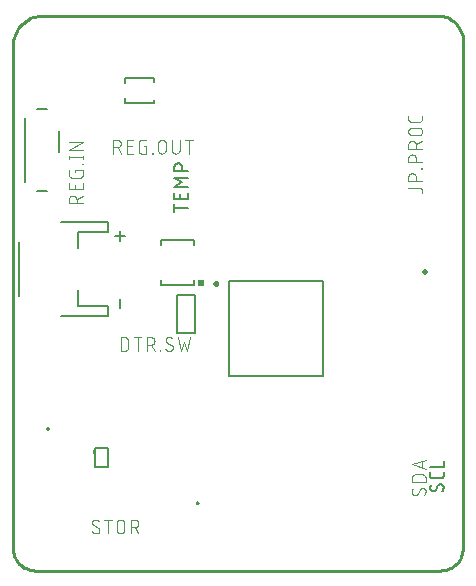
<source format=gbr>
G04 EAGLE Gerber RS-274X export*
G75*
%MOMM*%
%FSLAX34Y34*%
%LPD*%
%INSilkscreen Top*%
%IPPOS*%
%AMOC8*
5,1,8,0,0,1.08239X$1,22.5*%
G01*
%ADD10C,0.500000*%
%ADD11C,0.127000*%
%ADD12C,0.177800*%
%ADD13C,0.140000*%
%ADD14C,0.359206*%
%ADD15C,0.203200*%
%ADD16C,0.254000*%
%ADD17C,0.101600*%
%ADD18R,0.500000X0.500000*%
%ADD19C,0.152400*%
%ADD20C,0.254000*%


D10*
X348818Y252986D03*
D11*
X5560Y232770D02*
X5560Y277770D01*
X40560Y295270D02*
X80560Y295270D01*
X80560Y286770D01*
X55560Y286770D01*
X55560Y272770D01*
X55560Y237770D02*
X55560Y223770D01*
X80560Y223770D01*
X80560Y215270D01*
X40560Y215270D01*
D12*
X90791Y279019D02*
X90791Y287316D01*
X94940Y283168D02*
X86642Y283168D01*
X90791Y230166D02*
X90791Y221869D01*
D13*
X155850Y57200D02*
X155852Y57252D01*
X155858Y57304D01*
X155868Y57356D01*
X155881Y57406D01*
X155898Y57456D01*
X155919Y57504D01*
X155944Y57550D01*
X155972Y57594D01*
X156003Y57636D01*
X156037Y57676D01*
X156074Y57713D01*
X156114Y57747D01*
X156156Y57778D01*
X156200Y57806D01*
X156246Y57831D01*
X156294Y57852D01*
X156344Y57869D01*
X156394Y57882D01*
X156446Y57892D01*
X156498Y57898D01*
X156550Y57900D01*
X156602Y57898D01*
X156654Y57892D01*
X156706Y57882D01*
X156756Y57869D01*
X156806Y57852D01*
X156854Y57831D01*
X156900Y57806D01*
X156944Y57778D01*
X156986Y57747D01*
X157026Y57713D01*
X157063Y57676D01*
X157097Y57636D01*
X157128Y57594D01*
X157156Y57550D01*
X157181Y57504D01*
X157202Y57456D01*
X157219Y57406D01*
X157232Y57356D01*
X157242Y57304D01*
X157248Y57252D01*
X157250Y57200D01*
X157248Y57148D01*
X157242Y57096D01*
X157232Y57044D01*
X157219Y56994D01*
X157202Y56944D01*
X157181Y56896D01*
X157156Y56850D01*
X157128Y56806D01*
X157097Y56764D01*
X157063Y56724D01*
X157026Y56687D01*
X156986Y56653D01*
X156944Y56622D01*
X156900Y56594D01*
X156854Y56569D01*
X156806Y56548D01*
X156756Y56531D01*
X156706Y56518D01*
X156654Y56508D01*
X156602Y56502D01*
X156550Y56500D01*
X156498Y56502D01*
X156446Y56508D01*
X156394Y56518D01*
X156344Y56531D01*
X156294Y56548D01*
X156246Y56569D01*
X156200Y56594D01*
X156156Y56622D01*
X156114Y56653D01*
X156074Y56687D01*
X156037Y56724D01*
X156003Y56764D01*
X155972Y56806D01*
X155944Y56850D01*
X155919Y56896D01*
X155898Y56944D01*
X155881Y56994D01*
X155868Y57044D01*
X155858Y57096D01*
X155852Y57148D01*
X155850Y57200D01*
D14*
X29464Y120142D03*
D15*
X29162Y321084D02*
X20622Y321084D01*
X20622Y390624D02*
X29162Y390624D01*
X10622Y382854D02*
X10622Y328854D01*
X39162Y354584D02*
X39162Y372124D01*
D16*
X170688Y242824D02*
X170690Y242895D01*
X170696Y242966D01*
X170706Y243037D01*
X170720Y243107D01*
X170738Y243176D01*
X170759Y243243D01*
X170785Y243310D01*
X170814Y243375D01*
X170846Y243438D01*
X170883Y243500D01*
X170922Y243559D01*
X170965Y243616D01*
X171011Y243670D01*
X171060Y243722D01*
X171112Y243771D01*
X171166Y243817D01*
X171223Y243860D01*
X171282Y243899D01*
X171344Y243936D01*
X171407Y243968D01*
X171472Y243997D01*
X171539Y244023D01*
X171606Y244044D01*
X171675Y244062D01*
X171745Y244076D01*
X171816Y244086D01*
X171887Y244092D01*
X171958Y244094D01*
X172029Y244092D01*
X172100Y244086D01*
X172171Y244076D01*
X172241Y244062D01*
X172310Y244044D01*
X172377Y244023D01*
X172444Y243997D01*
X172509Y243968D01*
X172572Y243936D01*
X172634Y243899D01*
X172693Y243860D01*
X172750Y243817D01*
X172804Y243771D01*
X172856Y243722D01*
X172905Y243670D01*
X172951Y243616D01*
X172994Y243559D01*
X173033Y243500D01*
X173070Y243438D01*
X173102Y243375D01*
X173131Y243310D01*
X173157Y243243D01*
X173178Y243176D01*
X173196Y243107D01*
X173210Y243037D01*
X173220Y242966D01*
X173226Y242895D01*
X173228Y242824D01*
X173226Y242753D01*
X173220Y242682D01*
X173210Y242611D01*
X173196Y242541D01*
X173178Y242472D01*
X173157Y242405D01*
X173131Y242338D01*
X173102Y242273D01*
X173070Y242210D01*
X173033Y242148D01*
X172994Y242089D01*
X172951Y242032D01*
X172905Y241978D01*
X172856Y241926D01*
X172804Y241877D01*
X172750Y241831D01*
X172693Y241788D01*
X172634Y241749D01*
X172572Y241712D01*
X172509Y241680D01*
X172444Y241651D01*
X172377Y241625D01*
X172310Y241604D01*
X172241Y241586D01*
X172171Y241572D01*
X172100Y241562D01*
X172029Y241556D01*
X171958Y241554D01*
X171887Y241556D01*
X171816Y241562D01*
X171745Y241572D01*
X171675Y241586D01*
X171606Y241604D01*
X171539Y241625D01*
X171472Y241651D01*
X171407Y241680D01*
X171344Y241712D01*
X171282Y241749D01*
X171223Y241788D01*
X171166Y241831D01*
X171112Y241877D01*
X171060Y241926D01*
X171011Y241978D01*
X170965Y242032D01*
X170922Y242089D01*
X170883Y242148D01*
X170846Y242210D01*
X170814Y242273D01*
X170785Y242338D01*
X170759Y242405D01*
X170738Y242472D01*
X170720Y242541D01*
X170706Y242611D01*
X170696Y242682D01*
X170690Y242753D01*
X170688Y242824D01*
D11*
X182758Y244724D02*
X182758Y164724D01*
X182758Y244724D02*
X262758Y244724D01*
X262758Y164724D01*
X182758Y164724D01*
D17*
X69684Y100758D02*
X67684Y99758D01*
X67684Y101758D01*
X69684Y100758D01*
D11*
X69934Y103458D02*
X69934Y88058D01*
X80434Y88058D01*
X80434Y103458D01*
X69934Y103458D01*
X153446Y241858D02*
X153446Y245858D01*
X153446Y241858D02*
X125446Y241858D01*
X125446Y245858D01*
X153446Y275858D02*
X153446Y279858D01*
X125446Y279858D01*
X125446Y275858D01*
D18*
X158946Y243358D03*
D11*
X154305Y233426D02*
X154305Y201422D01*
X139319Y201422D01*
X139319Y233426D01*
X154305Y233426D01*
X148272Y306880D02*
X136842Y306880D01*
X136842Y303705D02*
X136842Y310055D01*
X148272Y314779D02*
X148272Y319859D01*
X148272Y314779D02*
X136842Y314779D01*
X136842Y319859D01*
X141922Y318589D02*
X141922Y314779D01*
X136842Y324787D02*
X148272Y324787D01*
X143192Y328597D02*
X136842Y324787D01*
X143192Y328597D02*
X136842Y332407D01*
X148272Y332407D01*
X148272Y338566D02*
X136842Y338566D01*
X136842Y341741D01*
X136844Y341852D01*
X136850Y341962D01*
X136859Y342073D01*
X136873Y342183D01*
X136890Y342292D01*
X136911Y342401D01*
X136936Y342509D01*
X136965Y342616D01*
X136997Y342722D01*
X137033Y342827D01*
X137073Y342930D01*
X137116Y343032D01*
X137163Y343133D01*
X137214Y343232D01*
X137267Y343329D01*
X137324Y343423D01*
X137385Y343516D01*
X137448Y343607D01*
X137515Y343696D01*
X137585Y343782D01*
X137658Y343865D01*
X137733Y343947D01*
X137811Y344025D01*
X137893Y344100D01*
X137976Y344173D01*
X138062Y344243D01*
X138151Y344310D01*
X138242Y344373D01*
X138335Y344434D01*
X138430Y344491D01*
X138526Y344544D01*
X138625Y344595D01*
X138726Y344642D01*
X138828Y344685D01*
X138931Y344725D01*
X139036Y344761D01*
X139142Y344793D01*
X139249Y344822D01*
X139357Y344847D01*
X139466Y344868D01*
X139575Y344885D01*
X139685Y344899D01*
X139796Y344908D01*
X139906Y344914D01*
X140017Y344916D01*
X140128Y344914D01*
X140238Y344908D01*
X140349Y344899D01*
X140459Y344885D01*
X140568Y344868D01*
X140677Y344847D01*
X140785Y344822D01*
X140892Y344793D01*
X140998Y344761D01*
X141103Y344725D01*
X141206Y344685D01*
X141308Y344642D01*
X141409Y344595D01*
X141508Y344544D01*
X141605Y344491D01*
X141699Y344434D01*
X141792Y344373D01*
X141883Y344310D01*
X141972Y344243D01*
X142058Y344173D01*
X142141Y344100D01*
X142223Y344025D01*
X142301Y343947D01*
X142376Y343865D01*
X142449Y343782D01*
X142519Y343696D01*
X142586Y343607D01*
X142649Y343516D01*
X142710Y343423D01*
X142767Y343329D01*
X142820Y343232D01*
X142871Y343133D01*
X142918Y343032D01*
X142961Y342930D01*
X143001Y342827D01*
X143037Y342722D01*
X143069Y342616D01*
X143098Y342509D01*
X143123Y342401D01*
X143144Y342292D01*
X143161Y342183D01*
X143175Y342073D01*
X143184Y341962D01*
X143190Y341852D01*
X143192Y341741D01*
X143192Y338566D01*
D17*
X73341Y34029D02*
X73339Y33930D01*
X73333Y33830D01*
X73324Y33731D01*
X73311Y33633D01*
X73294Y33535D01*
X73273Y33437D01*
X73248Y33341D01*
X73220Y33246D01*
X73188Y33152D01*
X73153Y33059D01*
X73114Y32967D01*
X73071Y32877D01*
X73026Y32789D01*
X72976Y32702D01*
X72924Y32618D01*
X72868Y32535D01*
X72810Y32455D01*
X72748Y32377D01*
X72683Y32302D01*
X72615Y32229D01*
X72545Y32159D01*
X72472Y32091D01*
X72397Y32026D01*
X72319Y31964D01*
X72239Y31906D01*
X72156Y31850D01*
X72072Y31798D01*
X71985Y31748D01*
X71897Y31703D01*
X71807Y31660D01*
X71715Y31621D01*
X71622Y31586D01*
X71528Y31554D01*
X71433Y31526D01*
X71337Y31501D01*
X71239Y31480D01*
X71141Y31463D01*
X71043Y31450D01*
X70944Y31441D01*
X70844Y31435D01*
X70745Y31433D01*
X70601Y31435D01*
X70456Y31441D01*
X70312Y31450D01*
X70169Y31463D01*
X70025Y31480D01*
X69882Y31501D01*
X69740Y31526D01*
X69599Y31554D01*
X69458Y31586D01*
X69318Y31622D01*
X69179Y31661D01*
X69041Y31704D01*
X68905Y31751D01*
X68769Y31801D01*
X68635Y31855D01*
X68503Y31912D01*
X68372Y31973D01*
X68243Y32037D01*
X68115Y32105D01*
X67989Y32175D01*
X67865Y32250D01*
X67744Y32327D01*
X67624Y32408D01*
X67506Y32491D01*
X67391Y32578D01*
X67278Y32668D01*
X67167Y32761D01*
X67059Y32856D01*
X66953Y32955D01*
X66850Y33056D01*
X67175Y40521D02*
X67177Y40620D01*
X67183Y40720D01*
X67192Y40819D01*
X67205Y40917D01*
X67222Y41015D01*
X67243Y41113D01*
X67268Y41209D01*
X67296Y41304D01*
X67328Y41398D01*
X67363Y41491D01*
X67402Y41583D01*
X67445Y41673D01*
X67490Y41761D01*
X67540Y41848D01*
X67592Y41932D01*
X67648Y42015D01*
X67706Y42095D01*
X67768Y42173D01*
X67833Y42248D01*
X67901Y42321D01*
X67971Y42391D01*
X68044Y42459D01*
X68119Y42524D01*
X68197Y42586D01*
X68277Y42644D01*
X68360Y42700D01*
X68444Y42752D01*
X68531Y42802D01*
X68619Y42847D01*
X68709Y42890D01*
X68801Y42929D01*
X68894Y42964D01*
X68988Y42996D01*
X69083Y43024D01*
X69180Y43049D01*
X69277Y43070D01*
X69375Y43087D01*
X69473Y43100D01*
X69572Y43109D01*
X69672Y43115D01*
X69771Y43117D01*
X69907Y43115D01*
X70043Y43109D01*
X70179Y43100D01*
X70315Y43087D01*
X70450Y43069D01*
X70584Y43049D01*
X70718Y43024D01*
X70852Y42996D01*
X70984Y42963D01*
X71115Y42928D01*
X71246Y42888D01*
X71375Y42845D01*
X71503Y42799D01*
X71629Y42748D01*
X71755Y42695D01*
X71878Y42637D01*
X72000Y42577D01*
X72120Y42513D01*
X72239Y42445D01*
X72355Y42375D01*
X72469Y42301D01*
X72582Y42224D01*
X72692Y42143D01*
X68473Y38249D02*
X68387Y38302D01*
X68303Y38359D01*
X68221Y38418D01*
X68141Y38481D01*
X68064Y38547D01*
X67989Y38615D01*
X67917Y38687D01*
X67848Y38761D01*
X67782Y38838D01*
X67719Y38917D01*
X67659Y38999D01*
X67602Y39083D01*
X67548Y39169D01*
X67498Y39257D01*
X67451Y39347D01*
X67407Y39438D01*
X67368Y39532D01*
X67331Y39626D01*
X67299Y39722D01*
X67270Y39820D01*
X67245Y39918D01*
X67224Y40017D01*
X67206Y40117D01*
X67193Y40217D01*
X67183Y40318D01*
X67177Y40420D01*
X67175Y40521D01*
X72043Y36301D02*
X72129Y36248D01*
X72213Y36191D01*
X72295Y36132D01*
X72375Y36069D01*
X72452Y36003D01*
X72527Y35935D01*
X72599Y35863D01*
X72668Y35789D01*
X72734Y35712D01*
X72797Y35633D01*
X72857Y35551D01*
X72914Y35467D01*
X72968Y35381D01*
X73018Y35293D01*
X73065Y35203D01*
X73109Y35112D01*
X73148Y35018D01*
X73185Y34924D01*
X73217Y34828D01*
X73246Y34730D01*
X73271Y34632D01*
X73292Y34533D01*
X73310Y34433D01*
X73323Y34333D01*
X73333Y34232D01*
X73339Y34130D01*
X73341Y34029D01*
X72043Y36301D02*
X68473Y38249D01*
X80383Y43117D02*
X80383Y31433D01*
X77137Y43117D02*
X83628Y43117D01*
X87805Y39871D02*
X87805Y34679D01*
X87804Y39871D02*
X87806Y39984D01*
X87812Y40097D01*
X87822Y40210D01*
X87836Y40323D01*
X87853Y40435D01*
X87875Y40546D01*
X87900Y40656D01*
X87930Y40766D01*
X87963Y40874D01*
X88000Y40981D01*
X88040Y41087D01*
X88085Y41191D01*
X88133Y41294D01*
X88184Y41395D01*
X88239Y41494D01*
X88297Y41591D01*
X88359Y41686D01*
X88424Y41779D01*
X88492Y41869D01*
X88563Y41957D01*
X88638Y42043D01*
X88715Y42126D01*
X88795Y42206D01*
X88878Y42283D01*
X88964Y42358D01*
X89052Y42429D01*
X89142Y42497D01*
X89235Y42562D01*
X89330Y42624D01*
X89427Y42682D01*
X89526Y42737D01*
X89627Y42788D01*
X89730Y42836D01*
X89834Y42881D01*
X89940Y42921D01*
X90047Y42958D01*
X90155Y42991D01*
X90265Y43021D01*
X90375Y43046D01*
X90486Y43068D01*
X90598Y43085D01*
X90711Y43099D01*
X90824Y43109D01*
X90937Y43115D01*
X91050Y43117D01*
X91163Y43115D01*
X91276Y43109D01*
X91389Y43099D01*
X91502Y43085D01*
X91614Y43068D01*
X91725Y43046D01*
X91835Y43021D01*
X91945Y42991D01*
X92053Y42958D01*
X92160Y42921D01*
X92266Y42881D01*
X92370Y42836D01*
X92473Y42788D01*
X92574Y42737D01*
X92673Y42682D01*
X92770Y42624D01*
X92865Y42562D01*
X92958Y42497D01*
X93048Y42429D01*
X93136Y42358D01*
X93222Y42283D01*
X93305Y42206D01*
X93385Y42126D01*
X93462Y42043D01*
X93537Y41957D01*
X93608Y41869D01*
X93676Y41779D01*
X93741Y41686D01*
X93803Y41591D01*
X93861Y41494D01*
X93916Y41395D01*
X93967Y41294D01*
X94015Y41191D01*
X94060Y41087D01*
X94100Y40981D01*
X94137Y40874D01*
X94170Y40766D01*
X94200Y40656D01*
X94225Y40546D01*
X94247Y40435D01*
X94264Y40323D01*
X94278Y40210D01*
X94288Y40097D01*
X94294Y39984D01*
X94296Y39871D01*
X94296Y34679D01*
X94294Y34566D01*
X94288Y34453D01*
X94278Y34340D01*
X94264Y34227D01*
X94247Y34115D01*
X94225Y34004D01*
X94200Y33894D01*
X94170Y33784D01*
X94137Y33676D01*
X94100Y33569D01*
X94060Y33463D01*
X94015Y33359D01*
X93967Y33256D01*
X93916Y33155D01*
X93861Y33056D01*
X93803Y32959D01*
X93741Y32864D01*
X93676Y32771D01*
X93608Y32681D01*
X93537Y32593D01*
X93462Y32507D01*
X93385Y32424D01*
X93305Y32344D01*
X93222Y32267D01*
X93136Y32192D01*
X93048Y32121D01*
X92958Y32053D01*
X92865Y31988D01*
X92770Y31926D01*
X92673Y31868D01*
X92574Y31813D01*
X92473Y31762D01*
X92370Y31714D01*
X92266Y31669D01*
X92160Y31629D01*
X92053Y31592D01*
X91945Y31559D01*
X91835Y31529D01*
X91725Y31504D01*
X91614Y31482D01*
X91502Y31465D01*
X91389Y31451D01*
X91276Y31441D01*
X91163Y31435D01*
X91050Y31433D01*
X90937Y31435D01*
X90824Y31441D01*
X90711Y31451D01*
X90598Y31465D01*
X90486Y31482D01*
X90375Y31504D01*
X90265Y31529D01*
X90155Y31559D01*
X90047Y31592D01*
X89940Y31629D01*
X89834Y31669D01*
X89730Y31714D01*
X89627Y31762D01*
X89526Y31813D01*
X89427Y31868D01*
X89330Y31926D01*
X89235Y31988D01*
X89142Y32053D01*
X89052Y32121D01*
X88964Y32192D01*
X88878Y32267D01*
X88795Y32344D01*
X88715Y32424D01*
X88638Y32507D01*
X88563Y32593D01*
X88492Y32681D01*
X88424Y32771D01*
X88359Y32864D01*
X88297Y32959D01*
X88239Y33056D01*
X88184Y33155D01*
X88133Y33256D01*
X88085Y33359D01*
X88040Y33463D01*
X88000Y33569D01*
X87963Y33676D01*
X87930Y33784D01*
X87900Y33894D01*
X87875Y34004D01*
X87853Y34115D01*
X87836Y34227D01*
X87822Y34340D01*
X87812Y34453D01*
X87806Y34566D01*
X87804Y34679D01*
X99690Y31433D02*
X99690Y43117D01*
X102935Y43117D01*
X103048Y43115D01*
X103161Y43109D01*
X103274Y43099D01*
X103387Y43085D01*
X103499Y43068D01*
X103610Y43046D01*
X103720Y43021D01*
X103830Y42991D01*
X103938Y42958D01*
X104045Y42921D01*
X104151Y42881D01*
X104255Y42836D01*
X104358Y42788D01*
X104459Y42737D01*
X104558Y42682D01*
X104655Y42624D01*
X104750Y42562D01*
X104843Y42497D01*
X104933Y42429D01*
X105021Y42358D01*
X105107Y42283D01*
X105190Y42206D01*
X105270Y42126D01*
X105347Y42043D01*
X105422Y41957D01*
X105493Y41869D01*
X105561Y41779D01*
X105626Y41686D01*
X105688Y41591D01*
X105746Y41494D01*
X105801Y41395D01*
X105852Y41294D01*
X105900Y41191D01*
X105945Y41087D01*
X105985Y40981D01*
X106022Y40874D01*
X106055Y40766D01*
X106085Y40656D01*
X106110Y40546D01*
X106132Y40435D01*
X106149Y40323D01*
X106163Y40210D01*
X106173Y40097D01*
X106179Y39984D01*
X106181Y39871D01*
X106179Y39758D01*
X106173Y39645D01*
X106163Y39532D01*
X106149Y39419D01*
X106132Y39307D01*
X106110Y39196D01*
X106085Y39086D01*
X106055Y38976D01*
X106022Y38868D01*
X105985Y38761D01*
X105945Y38655D01*
X105900Y38551D01*
X105852Y38448D01*
X105801Y38347D01*
X105746Y38248D01*
X105688Y38151D01*
X105626Y38056D01*
X105561Y37963D01*
X105493Y37873D01*
X105422Y37785D01*
X105347Y37699D01*
X105270Y37616D01*
X105190Y37536D01*
X105107Y37459D01*
X105021Y37384D01*
X104933Y37313D01*
X104843Y37245D01*
X104750Y37180D01*
X104655Y37118D01*
X104558Y37060D01*
X104459Y37005D01*
X104358Y36954D01*
X104255Y36906D01*
X104151Y36861D01*
X104045Y36821D01*
X103938Y36784D01*
X103830Y36751D01*
X103720Y36721D01*
X103610Y36696D01*
X103499Y36674D01*
X103387Y36657D01*
X103274Y36643D01*
X103161Y36633D01*
X103048Y36627D01*
X102935Y36625D01*
X102935Y36626D02*
X99690Y36626D01*
X103584Y36626D02*
X106181Y31433D01*
X346845Y70042D02*
X346944Y70040D01*
X347044Y70034D01*
X347143Y70025D01*
X347241Y70012D01*
X347339Y69995D01*
X347437Y69974D01*
X347533Y69949D01*
X347628Y69921D01*
X347722Y69889D01*
X347815Y69854D01*
X347907Y69815D01*
X347997Y69772D01*
X348085Y69727D01*
X348172Y69677D01*
X348256Y69625D01*
X348339Y69569D01*
X348419Y69511D01*
X348497Y69449D01*
X348572Y69384D01*
X348645Y69316D01*
X348715Y69246D01*
X348783Y69173D01*
X348848Y69098D01*
X348910Y69020D01*
X348968Y68940D01*
X349024Y68857D01*
X349076Y68773D01*
X349126Y68686D01*
X349171Y68598D01*
X349214Y68508D01*
X349253Y68416D01*
X349288Y68323D01*
X349320Y68229D01*
X349348Y68134D01*
X349373Y68038D01*
X349394Y67940D01*
X349411Y67842D01*
X349424Y67744D01*
X349433Y67645D01*
X349439Y67545D01*
X349441Y67446D01*
X349439Y67302D01*
X349433Y67157D01*
X349424Y67013D01*
X349411Y66870D01*
X349394Y66726D01*
X349373Y66583D01*
X349348Y66441D01*
X349320Y66300D01*
X349288Y66159D01*
X349252Y66019D01*
X349213Y65880D01*
X349170Y65742D01*
X349123Y65606D01*
X349073Y65470D01*
X349019Y65336D01*
X348962Y65204D01*
X348901Y65073D01*
X348837Y64944D01*
X348769Y64816D01*
X348699Y64690D01*
X348624Y64566D01*
X348547Y64445D01*
X348466Y64325D01*
X348383Y64207D01*
X348296Y64092D01*
X348206Y63979D01*
X348113Y63868D01*
X348018Y63760D01*
X347919Y63654D01*
X347818Y63551D01*
X340353Y63876D02*
X340254Y63878D01*
X340154Y63884D01*
X340055Y63893D01*
X339957Y63906D01*
X339859Y63923D01*
X339761Y63944D01*
X339665Y63969D01*
X339570Y63997D01*
X339476Y64029D01*
X339383Y64064D01*
X339291Y64103D01*
X339201Y64146D01*
X339113Y64191D01*
X339026Y64241D01*
X338942Y64293D01*
X338859Y64349D01*
X338779Y64407D01*
X338701Y64469D01*
X338626Y64534D01*
X338553Y64602D01*
X338483Y64672D01*
X338415Y64745D01*
X338350Y64820D01*
X338288Y64898D01*
X338230Y64978D01*
X338174Y65061D01*
X338122Y65145D01*
X338072Y65232D01*
X338027Y65320D01*
X337984Y65410D01*
X337945Y65502D01*
X337910Y65595D01*
X337878Y65689D01*
X337850Y65784D01*
X337825Y65880D01*
X337804Y65978D01*
X337787Y66076D01*
X337774Y66174D01*
X337765Y66273D01*
X337759Y66373D01*
X337757Y66472D01*
X337759Y66608D01*
X337765Y66744D01*
X337774Y66880D01*
X337787Y67016D01*
X337805Y67151D01*
X337825Y67285D01*
X337850Y67419D01*
X337878Y67553D01*
X337911Y67685D01*
X337946Y67816D01*
X337986Y67947D01*
X338029Y68076D01*
X338075Y68204D01*
X338126Y68330D01*
X338179Y68456D01*
X338237Y68579D01*
X338297Y68701D01*
X338361Y68821D01*
X338429Y68940D01*
X338499Y69056D01*
X338573Y69170D01*
X338650Y69283D01*
X338731Y69393D01*
X342625Y65173D02*
X342572Y65087D01*
X342515Y65003D01*
X342456Y64921D01*
X342393Y64841D01*
X342327Y64764D01*
X342259Y64689D01*
X342187Y64617D01*
X342113Y64548D01*
X342036Y64482D01*
X341957Y64419D01*
X341875Y64359D01*
X341791Y64302D01*
X341705Y64248D01*
X341617Y64198D01*
X341527Y64151D01*
X341436Y64107D01*
X341342Y64068D01*
X341248Y64031D01*
X341152Y63999D01*
X341054Y63970D01*
X340956Y63945D01*
X340857Y63924D01*
X340757Y63906D01*
X340657Y63893D01*
X340556Y63883D01*
X340454Y63877D01*
X340353Y63875D01*
X344573Y68744D02*
X344626Y68830D01*
X344683Y68914D01*
X344742Y68996D01*
X344805Y69076D01*
X344871Y69153D01*
X344939Y69228D01*
X345011Y69300D01*
X345085Y69369D01*
X345162Y69435D01*
X345241Y69498D01*
X345323Y69558D01*
X345407Y69615D01*
X345493Y69669D01*
X345581Y69719D01*
X345671Y69766D01*
X345762Y69810D01*
X345856Y69849D01*
X345950Y69886D01*
X346046Y69918D01*
X346144Y69947D01*
X346242Y69972D01*
X346341Y69993D01*
X346441Y70011D01*
X346541Y70024D01*
X346642Y70034D01*
X346744Y70040D01*
X346845Y70042D01*
X344573Y68744D02*
X342625Y65174D01*
X337757Y74981D02*
X349441Y74981D01*
X337757Y74981D02*
X337757Y78226D01*
X337759Y78339D01*
X337765Y78452D01*
X337775Y78565D01*
X337789Y78678D01*
X337806Y78790D01*
X337828Y78901D01*
X337853Y79011D01*
X337883Y79121D01*
X337916Y79229D01*
X337953Y79336D01*
X337993Y79442D01*
X338038Y79546D01*
X338086Y79649D01*
X338137Y79750D01*
X338192Y79849D01*
X338250Y79946D01*
X338312Y80041D01*
X338377Y80134D01*
X338445Y80224D01*
X338516Y80312D01*
X338591Y80398D01*
X338668Y80481D01*
X338748Y80561D01*
X338831Y80638D01*
X338917Y80713D01*
X339005Y80784D01*
X339095Y80852D01*
X339188Y80917D01*
X339283Y80979D01*
X339380Y81037D01*
X339479Y81092D01*
X339580Y81143D01*
X339683Y81191D01*
X339787Y81236D01*
X339893Y81276D01*
X340000Y81313D01*
X340108Y81346D01*
X340218Y81376D01*
X340328Y81401D01*
X340439Y81423D01*
X340551Y81440D01*
X340664Y81454D01*
X340777Y81464D01*
X340890Y81470D01*
X341003Y81472D01*
X346195Y81472D01*
X346308Y81470D01*
X346421Y81464D01*
X346534Y81454D01*
X346647Y81440D01*
X346759Y81423D01*
X346870Y81401D01*
X346980Y81376D01*
X347090Y81346D01*
X347198Y81313D01*
X347305Y81276D01*
X347411Y81236D01*
X347515Y81191D01*
X347618Y81143D01*
X347719Y81092D01*
X347818Y81037D01*
X347915Y80979D01*
X348010Y80917D01*
X348103Y80852D01*
X348193Y80784D01*
X348281Y80713D01*
X348367Y80638D01*
X348450Y80561D01*
X348530Y80481D01*
X348607Y80398D01*
X348682Y80312D01*
X348753Y80224D01*
X348821Y80134D01*
X348886Y80041D01*
X348948Y79946D01*
X349006Y79849D01*
X349061Y79750D01*
X349112Y79649D01*
X349160Y79546D01*
X349205Y79442D01*
X349245Y79336D01*
X349282Y79229D01*
X349315Y79121D01*
X349345Y79011D01*
X349370Y78901D01*
X349392Y78790D01*
X349409Y78678D01*
X349423Y78565D01*
X349433Y78452D01*
X349439Y78339D01*
X349441Y78226D01*
X349441Y74981D01*
X349441Y86143D02*
X337757Y90037D01*
X349441Y93932D01*
X346520Y92958D02*
X346520Y87116D01*
D11*
X362268Y73333D02*
X362368Y73331D01*
X362467Y73325D01*
X362567Y73315D01*
X362665Y73302D01*
X362764Y73284D01*
X362861Y73263D01*
X362957Y73238D01*
X363053Y73209D01*
X363147Y73176D01*
X363240Y73140D01*
X363331Y73100D01*
X363421Y73056D01*
X363509Y73009D01*
X363595Y72959D01*
X363679Y72905D01*
X363761Y72848D01*
X363840Y72788D01*
X363918Y72724D01*
X363992Y72658D01*
X364064Y72589D01*
X364133Y72517D01*
X364199Y72443D01*
X364263Y72365D01*
X364323Y72286D01*
X364380Y72204D01*
X364434Y72120D01*
X364484Y72034D01*
X364531Y71946D01*
X364575Y71856D01*
X364615Y71765D01*
X364651Y71672D01*
X364684Y71578D01*
X364713Y71482D01*
X364738Y71386D01*
X364759Y71289D01*
X364777Y71190D01*
X364790Y71092D01*
X364800Y70992D01*
X364806Y70893D01*
X364808Y70793D01*
X364806Y70652D01*
X364801Y70511D01*
X364791Y70370D01*
X364778Y70229D01*
X364762Y70089D01*
X364741Y69949D01*
X364717Y69810D01*
X364689Y69671D01*
X364658Y69534D01*
X364623Y69397D01*
X364585Y69261D01*
X364543Y69126D01*
X364497Y68993D01*
X364448Y68860D01*
X364395Y68729D01*
X364339Y68600D01*
X364280Y68471D01*
X364217Y68345D01*
X364151Y68220D01*
X364082Y68097D01*
X364009Y67976D01*
X363933Y67857D01*
X363854Y67739D01*
X363773Y67624D01*
X363688Y67512D01*
X363600Y67401D01*
X363509Y67293D01*
X363416Y67187D01*
X363319Y67084D01*
X363220Y66983D01*
X355918Y67300D02*
X355818Y67302D01*
X355719Y67308D01*
X355619Y67318D01*
X355521Y67331D01*
X355422Y67349D01*
X355325Y67370D01*
X355229Y67395D01*
X355133Y67424D01*
X355039Y67457D01*
X354946Y67493D01*
X354855Y67533D01*
X354765Y67577D01*
X354677Y67624D01*
X354591Y67674D01*
X354507Y67728D01*
X354425Y67785D01*
X354346Y67845D01*
X354268Y67909D01*
X354194Y67975D01*
X354122Y68044D01*
X354053Y68116D01*
X353987Y68190D01*
X353923Y68268D01*
X353863Y68347D01*
X353806Y68429D01*
X353752Y68513D01*
X353702Y68599D01*
X353655Y68687D01*
X353611Y68777D01*
X353571Y68868D01*
X353535Y68961D01*
X353502Y69055D01*
X353473Y69151D01*
X353448Y69247D01*
X353427Y69344D01*
X353409Y69443D01*
X353396Y69541D01*
X353386Y69641D01*
X353380Y69740D01*
X353378Y69840D01*
X353380Y69973D01*
X353385Y70106D01*
X353395Y70239D01*
X353408Y70372D01*
X353425Y70504D01*
X353445Y70636D01*
X353469Y70767D01*
X353497Y70897D01*
X353528Y71027D01*
X353563Y71155D01*
X353602Y71283D01*
X353644Y71409D01*
X353690Y71534D01*
X353739Y71658D01*
X353791Y71781D01*
X353847Y71902D01*
X353907Y72021D01*
X353969Y72139D01*
X354035Y72254D01*
X354104Y72368D01*
X354177Y72480D01*
X354252Y72590D01*
X354331Y72698D01*
X358141Y68570D02*
X358089Y68486D01*
X358034Y68403D01*
X357975Y68323D01*
X357914Y68245D01*
X357850Y68170D01*
X357782Y68097D01*
X357712Y68026D01*
X357640Y67959D01*
X357565Y67894D01*
X357487Y67832D01*
X357407Y67773D01*
X357325Y67717D01*
X357241Y67665D01*
X357155Y67616D01*
X357067Y67570D01*
X356977Y67527D01*
X356886Y67488D01*
X356793Y67453D01*
X356699Y67421D01*
X356604Y67393D01*
X356508Y67368D01*
X356411Y67348D01*
X356313Y67330D01*
X356215Y67317D01*
X356116Y67308D01*
X356017Y67302D01*
X355918Y67300D01*
X360045Y72063D02*
X360097Y72147D01*
X360152Y72230D01*
X360211Y72310D01*
X360272Y72388D01*
X360336Y72463D01*
X360404Y72536D01*
X360474Y72607D01*
X360546Y72674D01*
X360621Y72739D01*
X360699Y72801D01*
X360779Y72860D01*
X360861Y72916D01*
X360945Y72968D01*
X361031Y73017D01*
X361119Y73063D01*
X361209Y73106D01*
X361300Y73145D01*
X361393Y73180D01*
X361487Y73212D01*
X361582Y73240D01*
X361678Y73265D01*
X361775Y73285D01*
X361873Y73303D01*
X361971Y73316D01*
X362070Y73325D01*
X362169Y73331D01*
X362268Y73333D01*
X360046Y72063D02*
X358141Y68570D01*
X364808Y80534D02*
X364808Y83074D01*
X364808Y80534D02*
X364806Y80434D01*
X364800Y80335D01*
X364790Y80235D01*
X364777Y80137D01*
X364759Y80038D01*
X364738Y79941D01*
X364713Y79845D01*
X364684Y79749D01*
X364651Y79655D01*
X364615Y79562D01*
X364575Y79471D01*
X364531Y79381D01*
X364484Y79293D01*
X364434Y79207D01*
X364380Y79123D01*
X364323Y79041D01*
X364263Y78962D01*
X364199Y78884D01*
X364133Y78810D01*
X364064Y78738D01*
X363992Y78669D01*
X363918Y78603D01*
X363840Y78539D01*
X363761Y78479D01*
X363679Y78422D01*
X363595Y78368D01*
X363509Y78318D01*
X363421Y78271D01*
X363331Y78227D01*
X363240Y78187D01*
X363147Y78151D01*
X363053Y78118D01*
X362957Y78089D01*
X362861Y78064D01*
X362764Y78043D01*
X362665Y78025D01*
X362567Y78012D01*
X362467Y78002D01*
X362368Y77996D01*
X362268Y77994D01*
X355918Y77994D01*
X355818Y77996D01*
X355719Y78002D01*
X355619Y78012D01*
X355521Y78025D01*
X355422Y78043D01*
X355325Y78064D01*
X355229Y78089D01*
X355133Y78118D01*
X355039Y78151D01*
X354946Y78187D01*
X354855Y78227D01*
X354765Y78271D01*
X354677Y78318D01*
X354591Y78368D01*
X354507Y78422D01*
X354425Y78479D01*
X354346Y78539D01*
X354268Y78603D01*
X354194Y78669D01*
X354122Y78738D01*
X354053Y78810D01*
X353987Y78884D01*
X353923Y78962D01*
X353863Y79041D01*
X353806Y79123D01*
X353752Y79207D01*
X353702Y79293D01*
X353655Y79381D01*
X353611Y79471D01*
X353571Y79562D01*
X353535Y79655D01*
X353502Y79749D01*
X353473Y79845D01*
X353448Y79941D01*
X353427Y80038D01*
X353409Y80137D01*
X353396Y80235D01*
X353386Y80335D01*
X353380Y80434D01*
X353378Y80534D01*
X353378Y83074D01*
X353378Y87963D02*
X364808Y87963D01*
X364808Y93043D01*
D17*
X84929Y353060D02*
X84929Y364744D01*
X88175Y364744D01*
X88288Y364742D01*
X88401Y364736D01*
X88514Y364726D01*
X88627Y364712D01*
X88739Y364695D01*
X88850Y364673D01*
X88960Y364648D01*
X89070Y364618D01*
X89178Y364585D01*
X89285Y364548D01*
X89391Y364508D01*
X89495Y364463D01*
X89598Y364415D01*
X89699Y364364D01*
X89798Y364309D01*
X89895Y364251D01*
X89990Y364189D01*
X90083Y364124D01*
X90173Y364056D01*
X90261Y363985D01*
X90347Y363910D01*
X90430Y363833D01*
X90510Y363753D01*
X90587Y363670D01*
X90662Y363584D01*
X90733Y363496D01*
X90801Y363406D01*
X90866Y363313D01*
X90928Y363218D01*
X90986Y363121D01*
X91041Y363022D01*
X91092Y362921D01*
X91140Y362818D01*
X91185Y362714D01*
X91225Y362608D01*
X91262Y362501D01*
X91295Y362393D01*
X91325Y362283D01*
X91350Y362173D01*
X91372Y362062D01*
X91389Y361950D01*
X91403Y361837D01*
X91413Y361724D01*
X91419Y361611D01*
X91421Y361498D01*
X91419Y361385D01*
X91413Y361272D01*
X91403Y361159D01*
X91389Y361046D01*
X91372Y360934D01*
X91350Y360823D01*
X91325Y360713D01*
X91295Y360603D01*
X91262Y360495D01*
X91225Y360388D01*
X91185Y360282D01*
X91140Y360178D01*
X91092Y360075D01*
X91041Y359974D01*
X90986Y359875D01*
X90928Y359778D01*
X90866Y359683D01*
X90801Y359590D01*
X90733Y359500D01*
X90662Y359412D01*
X90587Y359326D01*
X90510Y359243D01*
X90430Y359163D01*
X90347Y359086D01*
X90261Y359011D01*
X90173Y358940D01*
X90083Y358872D01*
X89990Y358807D01*
X89895Y358745D01*
X89798Y358687D01*
X89699Y358632D01*
X89598Y358581D01*
X89495Y358533D01*
X89391Y358488D01*
X89285Y358448D01*
X89178Y358411D01*
X89070Y358378D01*
X88960Y358348D01*
X88850Y358323D01*
X88739Y358301D01*
X88627Y358284D01*
X88514Y358270D01*
X88401Y358260D01*
X88288Y358254D01*
X88175Y358252D01*
X88175Y358253D02*
X84929Y358253D01*
X88824Y358253D02*
X91420Y353060D01*
X96689Y353060D02*
X101882Y353060D01*
X96689Y353060D02*
X96689Y364744D01*
X101882Y364744D01*
X100584Y359551D02*
X96689Y359551D01*
X111116Y359551D02*
X113064Y359551D01*
X113064Y353060D01*
X109169Y353060D01*
X109070Y353062D01*
X108970Y353068D01*
X108871Y353077D01*
X108773Y353090D01*
X108675Y353107D01*
X108577Y353128D01*
X108481Y353153D01*
X108386Y353181D01*
X108292Y353213D01*
X108199Y353248D01*
X108107Y353287D01*
X108017Y353330D01*
X107929Y353375D01*
X107842Y353425D01*
X107758Y353477D01*
X107675Y353533D01*
X107595Y353591D01*
X107517Y353653D01*
X107442Y353718D01*
X107369Y353786D01*
X107299Y353856D01*
X107231Y353929D01*
X107166Y354004D01*
X107104Y354082D01*
X107046Y354162D01*
X106990Y354245D01*
X106938Y354329D01*
X106888Y354416D01*
X106843Y354504D01*
X106800Y354594D01*
X106761Y354686D01*
X106726Y354779D01*
X106694Y354873D01*
X106666Y354968D01*
X106641Y355064D01*
X106620Y355162D01*
X106603Y355260D01*
X106590Y355358D01*
X106581Y355457D01*
X106575Y355557D01*
X106573Y355656D01*
X106573Y362148D01*
X106575Y362247D01*
X106581Y362347D01*
X106590Y362446D01*
X106603Y362544D01*
X106620Y362642D01*
X106641Y362740D01*
X106666Y362836D01*
X106694Y362931D01*
X106726Y363025D01*
X106761Y363118D01*
X106800Y363210D01*
X106843Y363300D01*
X106888Y363388D01*
X106938Y363475D01*
X106990Y363559D01*
X107046Y363642D01*
X107104Y363722D01*
X107166Y363800D01*
X107231Y363875D01*
X107299Y363948D01*
X107369Y364018D01*
X107442Y364086D01*
X107517Y364151D01*
X107595Y364213D01*
X107675Y364271D01*
X107758Y364327D01*
X107842Y364379D01*
X107929Y364429D01*
X108017Y364474D01*
X108107Y364517D01*
X108199Y364556D01*
X108291Y364591D01*
X108386Y364623D01*
X108481Y364651D01*
X108577Y364676D01*
X108675Y364697D01*
X108773Y364714D01*
X108871Y364727D01*
X108970Y364736D01*
X109070Y364742D01*
X109169Y364744D01*
X113064Y364744D01*
X117876Y353709D02*
X117876Y353060D01*
X117876Y353709D02*
X118525Y353709D01*
X118525Y353060D01*
X117876Y353060D01*
X122956Y356306D02*
X122956Y361498D01*
X122955Y361498D02*
X122957Y361611D01*
X122963Y361724D01*
X122973Y361837D01*
X122987Y361950D01*
X123004Y362062D01*
X123026Y362173D01*
X123051Y362283D01*
X123081Y362393D01*
X123114Y362501D01*
X123151Y362608D01*
X123191Y362714D01*
X123236Y362818D01*
X123284Y362921D01*
X123335Y363022D01*
X123390Y363121D01*
X123448Y363218D01*
X123510Y363313D01*
X123575Y363406D01*
X123643Y363496D01*
X123714Y363584D01*
X123789Y363670D01*
X123866Y363753D01*
X123946Y363833D01*
X124029Y363910D01*
X124115Y363985D01*
X124203Y364056D01*
X124293Y364124D01*
X124386Y364189D01*
X124481Y364251D01*
X124578Y364309D01*
X124677Y364364D01*
X124778Y364415D01*
X124881Y364463D01*
X124985Y364508D01*
X125091Y364548D01*
X125198Y364585D01*
X125306Y364618D01*
X125416Y364648D01*
X125526Y364673D01*
X125637Y364695D01*
X125749Y364712D01*
X125862Y364726D01*
X125975Y364736D01*
X126088Y364742D01*
X126201Y364744D01*
X126314Y364742D01*
X126427Y364736D01*
X126540Y364726D01*
X126653Y364712D01*
X126765Y364695D01*
X126876Y364673D01*
X126986Y364648D01*
X127096Y364618D01*
X127204Y364585D01*
X127311Y364548D01*
X127417Y364508D01*
X127521Y364463D01*
X127624Y364415D01*
X127725Y364364D01*
X127824Y364309D01*
X127921Y364251D01*
X128016Y364189D01*
X128109Y364124D01*
X128199Y364056D01*
X128287Y363985D01*
X128373Y363910D01*
X128456Y363833D01*
X128536Y363753D01*
X128613Y363670D01*
X128688Y363584D01*
X128759Y363496D01*
X128827Y363406D01*
X128892Y363313D01*
X128954Y363218D01*
X129012Y363121D01*
X129067Y363022D01*
X129118Y362921D01*
X129166Y362818D01*
X129211Y362714D01*
X129251Y362608D01*
X129288Y362501D01*
X129321Y362393D01*
X129351Y362283D01*
X129376Y362173D01*
X129398Y362062D01*
X129415Y361950D01*
X129429Y361837D01*
X129439Y361724D01*
X129445Y361611D01*
X129447Y361498D01*
X129447Y356306D01*
X129445Y356193D01*
X129439Y356080D01*
X129429Y355967D01*
X129415Y355854D01*
X129398Y355742D01*
X129376Y355631D01*
X129351Y355521D01*
X129321Y355411D01*
X129288Y355303D01*
X129251Y355196D01*
X129211Y355090D01*
X129166Y354986D01*
X129118Y354883D01*
X129067Y354782D01*
X129012Y354683D01*
X128954Y354586D01*
X128892Y354491D01*
X128827Y354398D01*
X128759Y354308D01*
X128688Y354220D01*
X128613Y354134D01*
X128536Y354051D01*
X128456Y353971D01*
X128373Y353894D01*
X128287Y353819D01*
X128199Y353748D01*
X128109Y353680D01*
X128016Y353615D01*
X127921Y353553D01*
X127824Y353495D01*
X127725Y353440D01*
X127624Y353389D01*
X127521Y353341D01*
X127417Y353296D01*
X127311Y353256D01*
X127204Y353219D01*
X127096Y353186D01*
X126986Y353156D01*
X126876Y353131D01*
X126765Y353109D01*
X126653Y353092D01*
X126540Y353078D01*
X126427Y353068D01*
X126314Y353062D01*
X126201Y353060D01*
X126088Y353062D01*
X125975Y353068D01*
X125862Y353078D01*
X125749Y353092D01*
X125637Y353109D01*
X125526Y353131D01*
X125416Y353156D01*
X125306Y353186D01*
X125198Y353219D01*
X125091Y353256D01*
X124985Y353296D01*
X124881Y353341D01*
X124778Y353389D01*
X124677Y353440D01*
X124578Y353495D01*
X124481Y353553D01*
X124386Y353615D01*
X124293Y353680D01*
X124203Y353748D01*
X124115Y353819D01*
X124029Y353894D01*
X123946Y353971D01*
X123866Y354051D01*
X123789Y354134D01*
X123714Y354220D01*
X123643Y354308D01*
X123575Y354398D01*
X123510Y354491D01*
X123448Y354586D01*
X123390Y354683D01*
X123335Y354782D01*
X123284Y354883D01*
X123236Y354986D01*
X123191Y355090D01*
X123151Y355196D01*
X123114Y355303D01*
X123081Y355411D01*
X123051Y355521D01*
X123026Y355631D01*
X123004Y355742D01*
X122987Y355854D01*
X122973Y355967D01*
X122963Y356080D01*
X122957Y356193D01*
X122955Y356306D01*
X134767Y356306D02*
X134767Y364744D01*
X134766Y356306D02*
X134768Y356193D01*
X134774Y356080D01*
X134784Y355967D01*
X134798Y355854D01*
X134815Y355742D01*
X134837Y355631D01*
X134862Y355521D01*
X134892Y355411D01*
X134925Y355303D01*
X134962Y355196D01*
X135002Y355090D01*
X135047Y354986D01*
X135095Y354883D01*
X135146Y354782D01*
X135201Y354683D01*
X135259Y354586D01*
X135321Y354491D01*
X135386Y354398D01*
X135454Y354308D01*
X135525Y354220D01*
X135600Y354134D01*
X135677Y354051D01*
X135757Y353971D01*
X135840Y353894D01*
X135926Y353819D01*
X136014Y353748D01*
X136104Y353680D01*
X136197Y353615D01*
X136292Y353553D01*
X136389Y353495D01*
X136488Y353440D01*
X136589Y353389D01*
X136692Y353341D01*
X136796Y353296D01*
X136902Y353256D01*
X137009Y353219D01*
X137117Y353186D01*
X137227Y353156D01*
X137337Y353131D01*
X137448Y353109D01*
X137560Y353092D01*
X137673Y353078D01*
X137786Y353068D01*
X137899Y353062D01*
X138012Y353060D01*
X138125Y353062D01*
X138238Y353068D01*
X138351Y353078D01*
X138464Y353092D01*
X138576Y353109D01*
X138687Y353131D01*
X138797Y353156D01*
X138907Y353186D01*
X139015Y353219D01*
X139122Y353256D01*
X139228Y353296D01*
X139332Y353341D01*
X139435Y353389D01*
X139536Y353440D01*
X139635Y353495D01*
X139732Y353553D01*
X139827Y353615D01*
X139920Y353680D01*
X140010Y353748D01*
X140098Y353819D01*
X140184Y353894D01*
X140267Y353971D01*
X140347Y354051D01*
X140424Y354134D01*
X140499Y354220D01*
X140570Y354308D01*
X140638Y354398D01*
X140703Y354491D01*
X140765Y354586D01*
X140823Y354683D01*
X140878Y354782D01*
X140929Y354883D01*
X140977Y354986D01*
X141022Y355090D01*
X141062Y355196D01*
X141099Y355303D01*
X141132Y355411D01*
X141162Y355521D01*
X141187Y355631D01*
X141209Y355742D01*
X141226Y355854D01*
X141240Y355967D01*
X141250Y356080D01*
X141256Y356193D01*
X141258Y356306D01*
X141258Y364744D01*
X149061Y364744D02*
X149061Y353060D01*
X145816Y364744D02*
X152307Y364744D01*
X59182Y310926D02*
X47498Y310926D01*
X47498Y314171D01*
X47500Y314284D01*
X47506Y314397D01*
X47516Y314510D01*
X47530Y314623D01*
X47547Y314735D01*
X47569Y314846D01*
X47594Y314956D01*
X47624Y315066D01*
X47657Y315174D01*
X47694Y315281D01*
X47734Y315387D01*
X47779Y315491D01*
X47827Y315594D01*
X47878Y315695D01*
X47933Y315794D01*
X47991Y315891D01*
X48053Y315986D01*
X48118Y316079D01*
X48186Y316169D01*
X48257Y316257D01*
X48332Y316343D01*
X48409Y316426D01*
X48489Y316506D01*
X48572Y316583D01*
X48658Y316658D01*
X48746Y316729D01*
X48836Y316797D01*
X48929Y316862D01*
X49024Y316924D01*
X49121Y316982D01*
X49220Y317037D01*
X49321Y317088D01*
X49424Y317136D01*
X49528Y317181D01*
X49634Y317221D01*
X49741Y317258D01*
X49849Y317291D01*
X49959Y317321D01*
X50069Y317346D01*
X50180Y317368D01*
X50292Y317385D01*
X50405Y317399D01*
X50518Y317409D01*
X50631Y317415D01*
X50744Y317417D01*
X50857Y317415D01*
X50970Y317409D01*
X51083Y317399D01*
X51196Y317385D01*
X51308Y317368D01*
X51419Y317346D01*
X51529Y317321D01*
X51639Y317291D01*
X51747Y317258D01*
X51854Y317221D01*
X51960Y317181D01*
X52064Y317136D01*
X52167Y317088D01*
X52268Y317037D01*
X52367Y316982D01*
X52464Y316924D01*
X52559Y316862D01*
X52652Y316797D01*
X52742Y316729D01*
X52830Y316658D01*
X52916Y316583D01*
X52999Y316506D01*
X53079Y316426D01*
X53156Y316343D01*
X53231Y316257D01*
X53302Y316169D01*
X53370Y316079D01*
X53435Y315986D01*
X53497Y315891D01*
X53555Y315794D01*
X53610Y315695D01*
X53661Y315594D01*
X53709Y315491D01*
X53754Y315387D01*
X53794Y315281D01*
X53831Y315174D01*
X53864Y315066D01*
X53894Y314956D01*
X53919Y314846D01*
X53941Y314735D01*
X53958Y314623D01*
X53972Y314510D01*
X53982Y314397D01*
X53988Y314284D01*
X53990Y314171D01*
X53989Y314171D02*
X53989Y310926D01*
X53989Y314820D02*
X59182Y317417D01*
X59182Y322686D02*
X59182Y327879D01*
X59182Y322686D02*
X47498Y322686D01*
X47498Y327879D01*
X52691Y326580D02*
X52691Y322686D01*
X52691Y337113D02*
X52691Y339060D01*
X59182Y339060D01*
X59182Y335166D01*
X59180Y335067D01*
X59174Y334967D01*
X59165Y334868D01*
X59152Y334770D01*
X59135Y334672D01*
X59114Y334574D01*
X59089Y334478D01*
X59061Y334383D01*
X59029Y334289D01*
X58994Y334196D01*
X58955Y334104D01*
X58912Y334014D01*
X58867Y333926D01*
X58817Y333839D01*
X58765Y333755D01*
X58709Y333672D01*
X58651Y333592D01*
X58589Y333514D01*
X58524Y333439D01*
X58456Y333366D01*
X58386Y333296D01*
X58313Y333228D01*
X58238Y333163D01*
X58160Y333101D01*
X58080Y333043D01*
X57997Y332987D01*
X57913Y332935D01*
X57826Y332885D01*
X57738Y332840D01*
X57648Y332797D01*
X57556Y332758D01*
X57463Y332723D01*
X57369Y332691D01*
X57274Y332663D01*
X57178Y332638D01*
X57080Y332617D01*
X56982Y332600D01*
X56884Y332587D01*
X56785Y332578D01*
X56685Y332572D01*
X56586Y332570D01*
X56586Y332569D02*
X50094Y332569D01*
X49995Y332571D01*
X49895Y332577D01*
X49796Y332586D01*
X49698Y332599D01*
X49600Y332617D01*
X49502Y332637D01*
X49406Y332662D01*
X49310Y332690D01*
X49216Y332722D01*
X49123Y332757D01*
X49032Y332796D01*
X48942Y332839D01*
X48853Y332884D01*
X48767Y332934D01*
X48682Y332986D01*
X48600Y333042D01*
X48520Y333101D01*
X48442Y333162D01*
X48366Y333227D01*
X48293Y333295D01*
X48223Y333365D01*
X48155Y333438D01*
X48090Y333514D01*
X48029Y333592D01*
X47970Y333672D01*
X47914Y333754D01*
X47862Y333839D01*
X47813Y333925D01*
X47767Y334014D01*
X47724Y334104D01*
X47685Y334195D01*
X47650Y334288D01*
X47618Y334382D01*
X47590Y334478D01*
X47565Y334574D01*
X47545Y334672D01*
X47527Y334770D01*
X47514Y334868D01*
X47505Y334967D01*
X47499Y335066D01*
X47497Y335166D01*
X47498Y335166D02*
X47498Y339060D01*
X58533Y343872D02*
X59182Y343872D01*
X58533Y343872D02*
X58533Y344521D01*
X59182Y344521D01*
X59182Y343872D01*
X59182Y349912D02*
X47498Y349912D01*
X59182Y348613D02*
X59182Y351210D01*
X47498Y351210D02*
X47498Y348613D01*
X47498Y356191D02*
X59182Y356191D01*
X59182Y362682D02*
X47498Y356191D01*
X47498Y362682D02*
X59182Y362682D01*
X91285Y197612D02*
X91285Y185928D01*
X91285Y197612D02*
X94530Y197612D01*
X94643Y197610D01*
X94756Y197604D01*
X94869Y197594D01*
X94982Y197580D01*
X95094Y197563D01*
X95205Y197541D01*
X95315Y197516D01*
X95425Y197486D01*
X95533Y197453D01*
X95640Y197416D01*
X95746Y197376D01*
X95850Y197331D01*
X95953Y197283D01*
X96054Y197232D01*
X96153Y197177D01*
X96250Y197119D01*
X96345Y197057D01*
X96438Y196992D01*
X96528Y196924D01*
X96616Y196853D01*
X96702Y196778D01*
X96785Y196701D01*
X96865Y196621D01*
X96942Y196538D01*
X97017Y196452D01*
X97088Y196364D01*
X97156Y196274D01*
X97221Y196181D01*
X97283Y196086D01*
X97341Y195989D01*
X97396Y195890D01*
X97447Y195789D01*
X97495Y195686D01*
X97540Y195582D01*
X97580Y195476D01*
X97617Y195369D01*
X97650Y195261D01*
X97680Y195151D01*
X97705Y195041D01*
X97727Y194930D01*
X97744Y194818D01*
X97758Y194705D01*
X97768Y194592D01*
X97774Y194479D01*
X97776Y194366D01*
X97776Y189174D01*
X97774Y189061D01*
X97768Y188948D01*
X97758Y188835D01*
X97744Y188722D01*
X97727Y188610D01*
X97705Y188499D01*
X97680Y188389D01*
X97650Y188279D01*
X97617Y188171D01*
X97580Y188064D01*
X97540Y187958D01*
X97495Y187854D01*
X97447Y187751D01*
X97396Y187650D01*
X97341Y187551D01*
X97283Y187454D01*
X97221Y187359D01*
X97156Y187266D01*
X97088Y187176D01*
X97017Y187088D01*
X96942Y187002D01*
X96865Y186919D01*
X96785Y186839D01*
X96702Y186762D01*
X96616Y186687D01*
X96528Y186616D01*
X96438Y186548D01*
X96345Y186483D01*
X96250Y186421D01*
X96153Y186363D01*
X96054Y186308D01*
X95953Y186257D01*
X95850Y186209D01*
X95746Y186164D01*
X95640Y186124D01*
X95533Y186087D01*
X95425Y186054D01*
X95315Y186024D01*
X95205Y185999D01*
X95094Y185977D01*
X94982Y185960D01*
X94869Y185946D01*
X94756Y185936D01*
X94643Y185930D01*
X94530Y185928D01*
X91285Y185928D01*
X105579Y185928D02*
X105579Y197612D01*
X102334Y197612D02*
X108825Y197612D01*
X113456Y197612D02*
X113456Y185928D01*
X113456Y197612D02*
X116702Y197612D01*
X116815Y197610D01*
X116928Y197604D01*
X117041Y197594D01*
X117154Y197580D01*
X117266Y197563D01*
X117377Y197541D01*
X117487Y197516D01*
X117597Y197486D01*
X117705Y197453D01*
X117812Y197416D01*
X117918Y197376D01*
X118022Y197331D01*
X118125Y197283D01*
X118226Y197232D01*
X118325Y197177D01*
X118422Y197119D01*
X118517Y197057D01*
X118610Y196992D01*
X118700Y196924D01*
X118788Y196853D01*
X118874Y196778D01*
X118957Y196701D01*
X119037Y196621D01*
X119114Y196538D01*
X119189Y196452D01*
X119260Y196364D01*
X119328Y196274D01*
X119393Y196181D01*
X119455Y196086D01*
X119513Y195989D01*
X119568Y195890D01*
X119619Y195789D01*
X119667Y195686D01*
X119712Y195582D01*
X119752Y195476D01*
X119789Y195369D01*
X119822Y195261D01*
X119852Y195151D01*
X119877Y195041D01*
X119899Y194930D01*
X119916Y194818D01*
X119930Y194705D01*
X119940Y194592D01*
X119946Y194479D01*
X119948Y194366D01*
X119946Y194253D01*
X119940Y194140D01*
X119930Y194027D01*
X119916Y193914D01*
X119899Y193802D01*
X119877Y193691D01*
X119852Y193581D01*
X119822Y193471D01*
X119789Y193363D01*
X119752Y193256D01*
X119712Y193150D01*
X119667Y193046D01*
X119619Y192943D01*
X119568Y192842D01*
X119513Y192743D01*
X119455Y192646D01*
X119393Y192551D01*
X119328Y192458D01*
X119260Y192368D01*
X119189Y192280D01*
X119114Y192194D01*
X119037Y192111D01*
X118957Y192031D01*
X118874Y191954D01*
X118788Y191879D01*
X118700Y191808D01*
X118610Y191740D01*
X118517Y191675D01*
X118422Y191613D01*
X118325Y191555D01*
X118226Y191500D01*
X118125Y191449D01*
X118022Y191401D01*
X117918Y191356D01*
X117812Y191316D01*
X117705Y191279D01*
X117597Y191246D01*
X117487Y191216D01*
X117377Y191191D01*
X117266Y191169D01*
X117154Y191152D01*
X117041Y191138D01*
X116928Y191128D01*
X116815Y191122D01*
X116702Y191120D01*
X116702Y191121D02*
X113456Y191121D01*
X117351Y191121D02*
X119948Y185928D01*
X124305Y185928D02*
X124305Y186577D01*
X124954Y186577D01*
X124954Y185928D01*
X124305Y185928D01*
X132898Y185928D02*
X132997Y185930D01*
X133097Y185936D01*
X133196Y185945D01*
X133294Y185958D01*
X133392Y185975D01*
X133490Y185996D01*
X133586Y186021D01*
X133681Y186049D01*
X133775Y186081D01*
X133868Y186116D01*
X133960Y186155D01*
X134050Y186198D01*
X134138Y186243D01*
X134225Y186293D01*
X134309Y186345D01*
X134392Y186401D01*
X134472Y186459D01*
X134550Y186521D01*
X134625Y186586D01*
X134698Y186654D01*
X134768Y186724D01*
X134836Y186797D01*
X134901Y186872D01*
X134963Y186950D01*
X135021Y187030D01*
X135077Y187113D01*
X135129Y187197D01*
X135179Y187284D01*
X135224Y187372D01*
X135267Y187462D01*
X135306Y187554D01*
X135341Y187647D01*
X135373Y187741D01*
X135401Y187836D01*
X135426Y187932D01*
X135447Y188030D01*
X135464Y188128D01*
X135477Y188226D01*
X135486Y188325D01*
X135492Y188425D01*
X135494Y188524D01*
X132898Y185928D02*
X132754Y185930D01*
X132609Y185936D01*
X132465Y185945D01*
X132322Y185958D01*
X132178Y185975D01*
X132035Y185996D01*
X131893Y186021D01*
X131752Y186049D01*
X131611Y186081D01*
X131471Y186117D01*
X131332Y186156D01*
X131194Y186199D01*
X131058Y186246D01*
X130922Y186296D01*
X130788Y186350D01*
X130656Y186407D01*
X130525Y186468D01*
X130396Y186532D01*
X130268Y186600D01*
X130142Y186670D01*
X130018Y186745D01*
X129897Y186822D01*
X129777Y186903D01*
X129659Y186986D01*
X129544Y187073D01*
X129431Y187163D01*
X129320Y187256D01*
X129212Y187351D01*
X129106Y187450D01*
X129003Y187551D01*
X129329Y195016D02*
X129331Y195115D01*
X129337Y195215D01*
X129346Y195314D01*
X129359Y195412D01*
X129376Y195510D01*
X129397Y195608D01*
X129422Y195704D01*
X129450Y195799D01*
X129482Y195893D01*
X129517Y195986D01*
X129556Y196078D01*
X129599Y196168D01*
X129644Y196256D01*
X129694Y196343D01*
X129746Y196427D01*
X129802Y196510D01*
X129860Y196590D01*
X129922Y196668D01*
X129987Y196743D01*
X130055Y196816D01*
X130125Y196886D01*
X130198Y196954D01*
X130273Y197019D01*
X130351Y197081D01*
X130431Y197139D01*
X130514Y197195D01*
X130598Y197247D01*
X130685Y197297D01*
X130773Y197342D01*
X130863Y197385D01*
X130955Y197424D01*
X131048Y197459D01*
X131142Y197491D01*
X131237Y197519D01*
X131334Y197544D01*
X131431Y197565D01*
X131529Y197582D01*
X131627Y197595D01*
X131726Y197604D01*
X131826Y197610D01*
X131925Y197612D01*
X132061Y197610D01*
X132197Y197604D01*
X132333Y197595D01*
X132469Y197582D01*
X132604Y197564D01*
X132738Y197544D01*
X132872Y197519D01*
X133006Y197491D01*
X133138Y197458D01*
X133269Y197423D01*
X133400Y197383D01*
X133529Y197340D01*
X133657Y197294D01*
X133783Y197243D01*
X133909Y197190D01*
X134032Y197132D01*
X134154Y197072D01*
X134274Y197008D01*
X134393Y196940D01*
X134509Y196870D01*
X134623Y196796D01*
X134736Y196719D01*
X134846Y196638D01*
X130626Y192744D02*
X130540Y192797D01*
X130456Y192854D01*
X130374Y192913D01*
X130294Y192976D01*
X130217Y193042D01*
X130142Y193110D01*
X130070Y193182D01*
X130001Y193256D01*
X129935Y193333D01*
X129872Y193412D01*
X129812Y193494D01*
X129755Y193578D01*
X129701Y193664D01*
X129651Y193752D01*
X129604Y193842D01*
X129560Y193933D01*
X129521Y194027D01*
X129484Y194121D01*
X129452Y194217D01*
X129423Y194315D01*
X129398Y194413D01*
X129377Y194512D01*
X129359Y194612D01*
X129346Y194712D01*
X129336Y194813D01*
X129330Y194915D01*
X129328Y195016D01*
X134197Y190796D02*
X134283Y190743D01*
X134367Y190686D01*
X134449Y190627D01*
X134529Y190564D01*
X134606Y190498D01*
X134681Y190430D01*
X134753Y190358D01*
X134822Y190284D01*
X134888Y190207D01*
X134951Y190128D01*
X135011Y190046D01*
X135068Y189962D01*
X135122Y189876D01*
X135172Y189788D01*
X135219Y189698D01*
X135263Y189607D01*
X135302Y189513D01*
X135339Y189419D01*
X135371Y189323D01*
X135400Y189225D01*
X135425Y189127D01*
X135446Y189028D01*
X135464Y188928D01*
X135477Y188828D01*
X135487Y188727D01*
X135493Y188625D01*
X135495Y188524D01*
X134197Y190796D02*
X130627Y192744D01*
X139629Y197612D02*
X142226Y185928D01*
X144822Y193717D01*
X147419Y185928D01*
X150015Y197612D01*
X334772Y323946D02*
X343860Y323946D01*
X343959Y323944D01*
X344059Y323938D01*
X344158Y323929D01*
X344256Y323916D01*
X344354Y323899D01*
X344452Y323878D01*
X344548Y323853D01*
X344643Y323825D01*
X344737Y323793D01*
X344830Y323758D01*
X344922Y323719D01*
X345012Y323676D01*
X345100Y323631D01*
X345187Y323581D01*
X345271Y323529D01*
X345354Y323473D01*
X345434Y323415D01*
X345512Y323353D01*
X345587Y323288D01*
X345660Y323220D01*
X345730Y323150D01*
X345798Y323077D01*
X345863Y323002D01*
X345925Y322924D01*
X345983Y322844D01*
X346039Y322761D01*
X346091Y322677D01*
X346141Y322590D01*
X346186Y322502D01*
X346229Y322412D01*
X346268Y322320D01*
X346303Y322227D01*
X346335Y322133D01*
X346363Y322038D01*
X346388Y321942D01*
X346409Y321844D01*
X346426Y321746D01*
X346439Y321648D01*
X346448Y321549D01*
X346454Y321449D01*
X346456Y321350D01*
X346456Y320052D01*
X346456Y329770D02*
X334772Y329770D01*
X334772Y333016D01*
X334774Y333129D01*
X334780Y333242D01*
X334790Y333355D01*
X334804Y333468D01*
X334821Y333580D01*
X334843Y333691D01*
X334868Y333801D01*
X334898Y333911D01*
X334931Y334019D01*
X334968Y334126D01*
X335008Y334232D01*
X335053Y334336D01*
X335101Y334439D01*
X335152Y334540D01*
X335207Y334639D01*
X335265Y334736D01*
X335327Y334831D01*
X335392Y334924D01*
X335460Y335014D01*
X335531Y335102D01*
X335606Y335188D01*
X335683Y335271D01*
X335763Y335351D01*
X335846Y335428D01*
X335932Y335503D01*
X336020Y335574D01*
X336110Y335642D01*
X336203Y335707D01*
X336298Y335769D01*
X336395Y335827D01*
X336494Y335882D01*
X336595Y335933D01*
X336698Y335981D01*
X336802Y336026D01*
X336908Y336066D01*
X337015Y336103D01*
X337123Y336136D01*
X337233Y336166D01*
X337343Y336191D01*
X337454Y336213D01*
X337566Y336230D01*
X337679Y336244D01*
X337792Y336254D01*
X337905Y336260D01*
X338018Y336262D01*
X338131Y336260D01*
X338244Y336254D01*
X338357Y336244D01*
X338470Y336230D01*
X338582Y336213D01*
X338693Y336191D01*
X338803Y336166D01*
X338913Y336136D01*
X339021Y336103D01*
X339128Y336066D01*
X339234Y336026D01*
X339338Y335981D01*
X339441Y335933D01*
X339542Y335882D01*
X339641Y335827D01*
X339738Y335769D01*
X339833Y335707D01*
X339926Y335642D01*
X340016Y335574D01*
X340104Y335503D01*
X340190Y335428D01*
X340273Y335351D01*
X340353Y335271D01*
X340430Y335188D01*
X340505Y335102D01*
X340576Y335014D01*
X340644Y334924D01*
X340709Y334831D01*
X340771Y334736D01*
X340829Y334639D01*
X340884Y334540D01*
X340935Y334439D01*
X340983Y334336D01*
X341028Y334232D01*
X341068Y334126D01*
X341105Y334019D01*
X341138Y333911D01*
X341168Y333801D01*
X341193Y333691D01*
X341215Y333580D01*
X341232Y333468D01*
X341246Y333355D01*
X341256Y333242D01*
X341262Y333129D01*
X341264Y333016D01*
X341263Y333016D02*
X341263Y329770D01*
X345807Y340142D02*
X346456Y340142D01*
X345807Y340142D02*
X345807Y340791D01*
X346456Y340791D01*
X346456Y340142D01*
X346456Y345772D02*
X334772Y345772D01*
X334772Y349018D01*
X334774Y349131D01*
X334780Y349244D01*
X334790Y349357D01*
X334804Y349470D01*
X334821Y349582D01*
X334843Y349693D01*
X334868Y349803D01*
X334898Y349913D01*
X334931Y350021D01*
X334968Y350128D01*
X335008Y350234D01*
X335053Y350338D01*
X335101Y350441D01*
X335152Y350542D01*
X335207Y350641D01*
X335265Y350738D01*
X335327Y350833D01*
X335392Y350926D01*
X335460Y351016D01*
X335531Y351104D01*
X335606Y351190D01*
X335683Y351273D01*
X335763Y351353D01*
X335846Y351430D01*
X335932Y351505D01*
X336020Y351576D01*
X336110Y351644D01*
X336203Y351709D01*
X336298Y351771D01*
X336395Y351829D01*
X336494Y351884D01*
X336595Y351935D01*
X336698Y351983D01*
X336802Y352028D01*
X336908Y352068D01*
X337015Y352105D01*
X337123Y352138D01*
X337233Y352168D01*
X337343Y352193D01*
X337454Y352215D01*
X337566Y352232D01*
X337679Y352246D01*
X337792Y352256D01*
X337905Y352262D01*
X338018Y352264D01*
X338131Y352262D01*
X338244Y352256D01*
X338357Y352246D01*
X338470Y352232D01*
X338582Y352215D01*
X338693Y352193D01*
X338803Y352168D01*
X338913Y352138D01*
X339021Y352105D01*
X339128Y352068D01*
X339234Y352028D01*
X339338Y351983D01*
X339441Y351935D01*
X339542Y351884D01*
X339641Y351829D01*
X339738Y351771D01*
X339833Y351709D01*
X339926Y351644D01*
X340016Y351576D01*
X340104Y351505D01*
X340190Y351430D01*
X340273Y351353D01*
X340353Y351273D01*
X340430Y351190D01*
X340505Y351104D01*
X340576Y351016D01*
X340644Y350926D01*
X340709Y350833D01*
X340771Y350738D01*
X340829Y350641D01*
X340884Y350542D01*
X340935Y350441D01*
X340983Y350338D01*
X341028Y350234D01*
X341068Y350128D01*
X341105Y350021D01*
X341138Y349913D01*
X341168Y349803D01*
X341193Y349693D01*
X341215Y349582D01*
X341232Y349470D01*
X341246Y349357D01*
X341256Y349244D01*
X341262Y349131D01*
X341264Y349018D01*
X341263Y349018D02*
X341263Y345772D01*
X346456Y357106D02*
X334772Y357106D01*
X334772Y360352D01*
X334774Y360465D01*
X334780Y360578D01*
X334790Y360691D01*
X334804Y360804D01*
X334821Y360916D01*
X334843Y361027D01*
X334868Y361137D01*
X334898Y361247D01*
X334931Y361355D01*
X334968Y361462D01*
X335008Y361568D01*
X335053Y361672D01*
X335101Y361775D01*
X335152Y361876D01*
X335207Y361975D01*
X335265Y362072D01*
X335327Y362167D01*
X335392Y362260D01*
X335460Y362350D01*
X335531Y362438D01*
X335606Y362524D01*
X335683Y362607D01*
X335763Y362687D01*
X335846Y362764D01*
X335932Y362839D01*
X336020Y362910D01*
X336110Y362978D01*
X336203Y363043D01*
X336298Y363105D01*
X336395Y363163D01*
X336494Y363218D01*
X336595Y363269D01*
X336698Y363317D01*
X336802Y363362D01*
X336908Y363402D01*
X337015Y363439D01*
X337123Y363472D01*
X337233Y363502D01*
X337343Y363527D01*
X337454Y363549D01*
X337566Y363566D01*
X337679Y363580D01*
X337792Y363590D01*
X337905Y363596D01*
X338018Y363598D01*
X338131Y363596D01*
X338244Y363590D01*
X338357Y363580D01*
X338470Y363566D01*
X338582Y363549D01*
X338693Y363527D01*
X338803Y363502D01*
X338913Y363472D01*
X339021Y363439D01*
X339128Y363402D01*
X339234Y363362D01*
X339338Y363317D01*
X339441Y363269D01*
X339542Y363218D01*
X339641Y363163D01*
X339738Y363105D01*
X339833Y363043D01*
X339926Y362978D01*
X340016Y362910D01*
X340104Y362839D01*
X340190Y362764D01*
X340273Y362687D01*
X340353Y362607D01*
X340430Y362524D01*
X340505Y362438D01*
X340576Y362350D01*
X340644Y362260D01*
X340709Y362167D01*
X340771Y362072D01*
X340829Y361975D01*
X340884Y361876D01*
X340935Y361775D01*
X340983Y361672D01*
X341028Y361568D01*
X341068Y361462D01*
X341105Y361355D01*
X341138Y361247D01*
X341168Y361137D01*
X341193Y361027D01*
X341215Y360916D01*
X341232Y360804D01*
X341246Y360691D01*
X341256Y360578D01*
X341262Y360465D01*
X341264Y360352D01*
X341263Y360352D02*
X341263Y357106D01*
X341263Y361001D02*
X346456Y363597D01*
X343210Y368463D02*
X338018Y368463D01*
X338018Y368462D02*
X337905Y368464D01*
X337792Y368470D01*
X337679Y368480D01*
X337566Y368494D01*
X337454Y368511D01*
X337343Y368533D01*
X337233Y368558D01*
X337123Y368588D01*
X337015Y368621D01*
X336908Y368658D01*
X336802Y368698D01*
X336698Y368743D01*
X336595Y368791D01*
X336494Y368842D01*
X336395Y368897D01*
X336298Y368955D01*
X336203Y369017D01*
X336110Y369082D01*
X336020Y369150D01*
X335932Y369221D01*
X335846Y369296D01*
X335763Y369373D01*
X335683Y369453D01*
X335606Y369536D01*
X335531Y369622D01*
X335460Y369710D01*
X335392Y369800D01*
X335327Y369893D01*
X335265Y369988D01*
X335207Y370085D01*
X335152Y370184D01*
X335101Y370285D01*
X335053Y370388D01*
X335008Y370492D01*
X334968Y370598D01*
X334931Y370705D01*
X334898Y370813D01*
X334868Y370923D01*
X334843Y371033D01*
X334821Y371144D01*
X334804Y371256D01*
X334790Y371369D01*
X334780Y371482D01*
X334774Y371595D01*
X334772Y371708D01*
X334774Y371821D01*
X334780Y371934D01*
X334790Y372047D01*
X334804Y372160D01*
X334821Y372272D01*
X334843Y372383D01*
X334868Y372493D01*
X334898Y372603D01*
X334931Y372711D01*
X334968Y372818D01*
X335008Y372924D01*
X335053Y373028D01*
X335101Y373131D01*
X335152Y373232D01*
X335207Y373331D01*
X335265Y373428D01*
X335327Y373523D01*
X335392Y373616D01*
X335460Y373706D01*
X335531Y373794D01*
X335606Y373880D01*
X335683Y373963D01*
X335763Y374043D01*
X335846Y374120D01*
X335932Y374195D01*
X336020Y374266D01*
X336110Y374334D01*
X336203Y374399D01*
X336298Y374461D01*
X336395Y374519D01*
X336494Y374574D01*
X336595Y374625D01*
X336698Y374673D01*
X336802Y374718D01*
X336908Y374758D01*
X337015Y374795D01*
X337123Y374828D01*
X337233Y374858D01*
X337343Y374883D01*
X337454Y374905D01*
X337566Y374922D01*
X337679Y374936D01*
X337792Y374946D01*
X337905Y374952D01*
X338018Y374954D01*
X343210Y374954D01*
X343323Y374952D01*
X343436Y374946D01*
X343549Y374936D01*
X343662Y374922D01*
X343774Y374905D01*
X343885Y374883D01*
X343995Y374858D01*
X344105Y374828D01*
X344213Y374795D01*
X344320Y374758D01*
X344426Y374718D01*
X344530Y374673D01*
X344633Y374625D01*
X344734Y374574D01*
X344833Y374519D01*
X344930Y374461D01*
X345025Y374399D01*
X345118Y374334D01*
X345208Y374266D01*
X345296Y374195D01*
X345382Y374120D01*
X345465Y374043D01*
X345545Y373963D01*
X345622Y373880D01*
X345697Y373794D01*
X345768Y373706D01*
X345836Y373616D01*
X345901Y373523D01*
X345963Y373428D01*
X346021Y373331D01*
X346076Y373232D01*
X346127Y373131D01*
X346175Y373028D01*
X346220Y372924D01*
X346260Y372818D01*
X346297Y372711D01*
X346330Y372603D01*
X346360Y372493D01*
X346385Y372383D01*
X346407Y372272D01*
X346424Y372160D01*
X346438Y372047D01*
X346448Y371934D01*
X346454Y371821D01*
X346456Y371708D01*
X346454Y371595D01*
X346448Y371482D01*
X346438Y371369D01*
X346424Y371256D01*
X346407Y371144D01*
X346385Y371033D01*
X346360Y370923D01*
X346330Y370813D01*
X346297Y370705D01*
X346260Y370598D01*
X346220Y370492D01*
X346175Y370388D01*
X346127Y370285D01*
X346076Y370184D01*
X346021Y370085D01*
X345963Y369988D01*
X345901Y369893D01*
X345836Y369800D01*
X345768Y369710D01*
X345697Y369622D01*
X345622Y369536D01*
X345545Y369453D01*
X345465Y369373D01*
X345382Y369296D01*
X345296Y369221D01*
X345208Y369150D01*
X345118Y369082D01*
X345025Y369017D01*
X344930Y368955D01*
X344833Y368897D01*
X344734Y368842D01*
X344633Y368791D01*
X344530Y368743D01*
X344426Y368698D01*
X344320Y368658D01*
X344213Y368621D01*
X344105Y368588D01*
X343995Y368558D01*
X343885Y368533D01*
X343774Y368511D01*
X343662Y368494D01*
X343549Y368480D01*
X343436Y368470D01*
X343323Y368464D01*
X343210Y368462D01*
X346456Y382456D02*
X346456Y385052D01*
X346456Y382456D02*
X346454Y382357D01*
X346448Y382257D01*
X346439Y382158D01*
X346426Y382060D01*
X346409Y381962D01*
X346388Y381864D01*
X346363Y381768D01*
X346335Y381673D01*
X346303Y381579D01*
X346268Y381486D01*
X346229Y381394D01*
X346186Y381304D01*
X346141Y381216D01*
X346091Y381129D01*
X346039Y381045D01*
X345983Y380962D01*
X345925Y380882D01*
X345863Y380804D01*
X345798Y380729D01*
X345730Y380656D01*
X345660Y380586D01*
X345587Y380518D01*
X345512Y380453D01*
X345434Y380391D01*
X345354Y380333D01*
X345271Y380277D01*
X345187Y380225D01*
X345100Y380175D01*
X345012Y380130D01*
X344922Y380087D01*
X344830Y380048D01*
X344737Y380013D01*
X344643Y379981D01*
X344548Y379953D01*
X344452Y379928D01*
X344354Y379907D01*
X344256Y379890D01*
X344158Y379877D01*
X344059Y379868D01*
X343959Y379862D01*
X343860Y379860D01*
X343860Y379859D02*
X337368Y379859D01*
X337269Y379861D01*
X337169Y379867D01*
X337070Y379876D01*
X336972Y379889D01*
X336874Y379907D01*
X336776Y379927D01*
X336680Y379952D01*
X336584Y379980D01*
X336490Y380012D01*
X336397Y380047D01*
X336306Y380086D01*
X336216Y380129D01*
X336127Y380174D01*
X336041Y380224D01*
X335956Y380276D01*
X335874Y380332D01*
X335794Y380391D01*
X335716Y380452D01*
X335640Y380517D01*
X335567Y380585D01*
X335497Y380655D01*
X335429Y380728D01*
X335364Y380804D01*
X335303Y380882D01*
X335244Y380962D01*
X335188Y381044D01*
X335136Y381129D01*
X335087Y381215D01*
X335041Y381304D01*
X334998Y381394D01*
X334959Y381485D01*
X334924Y381578D01*
X334892Y381672D01*
X334864Y381768D01*
X334839Y381864D01*
X334819Y381962D01*
X334801Y382060D01*
X334788Y382158D01*
X334779Y382257D01*
X334773Y382356D01*
X334771Y382456D01*
X334772Y382456D02*
X334772Y385052D01*
D19*
X119634Y417068D02*
X95250Y417068D01*
X95250Y412750D01*
X95250Y395732D02*
X119634Y395732D01*
X119634Y398780D01*
X119634Y414020D02*
X119634Y417068D01*
X95250Y400050D02*
X95250Y395732D01*
D20*
X0Y19050D02*
X73Y17390D01*
X289Y15742D01*
X649Y14120D01*
X1149Y12535D01*
X1785Y10999D01*
X2552Y9525D01*
X3445Y8123D01*
X4457Y6805D01*
X5580Y5580D01*
X6805Y4457D01*
X8123Y3445D01*
X9525Y2552D01*
X10999Y1785D01*
X12535Y1149D01*
X14120Y649D01*
X15742Y289D01*
X17390Y73D01*
X19050Y0D01*
X361950Y0D01*
X363610Y73D01*
X365258Y289D01*
X366881Y649D01*
X368465Y1149D01*
X370001Y1785D01*
X371475Y2552D01*
X372877Y3445D01*
X374195Y4457D01*
X375420Y5580D01*
X376543Y6805D01*
X377555Y8123D01*
X378448Y9525D01*
X379215Y10999D01*
X379851Y12535D01*
X380351Y14120D01*
X380711Y15742D01*
X380928Y17390D01*
X381000Y19050D01*
X381000Y444500D01*
X381192Y446449D01*
X381214Y448408D01*
X381064Y450360D01*
X380746Y452293D01*
X380260Y454190D01*
X379610Y456038D01*
X378802Y457822D01*
X377841Y459529D01*
X376736Y461145D01*
X375493Y462660D01*
X374124Y464060D01*
X372637Y465335D01*
X371045Y466476D01*
X369360Y467474D01*
X367594Y468321D01*
X365761Y469011D01*
X363875Y469539D01*
X361950Y469900D01*
X25400Y469900D01*
X23186Y469803D01*
X20989Y469514D01*
X18826Y469035D01*
X16713Y468368D01*
X14666Y467520D01*
X12700Y466497D01*
X10831Y465306D01*
X9073Y463958D01*
X7440Y462461D01*
X5942Y460827D01*
X4594Y459069D01*
X3403Y457200D01*
X2380Y455235D01*
X1532Y453187D01*
X865Y451074D01*
X386Y448911D01*
X97Y446714D01*
X0Y444500D01*
X0Y19050D01*
M02*

</source>
